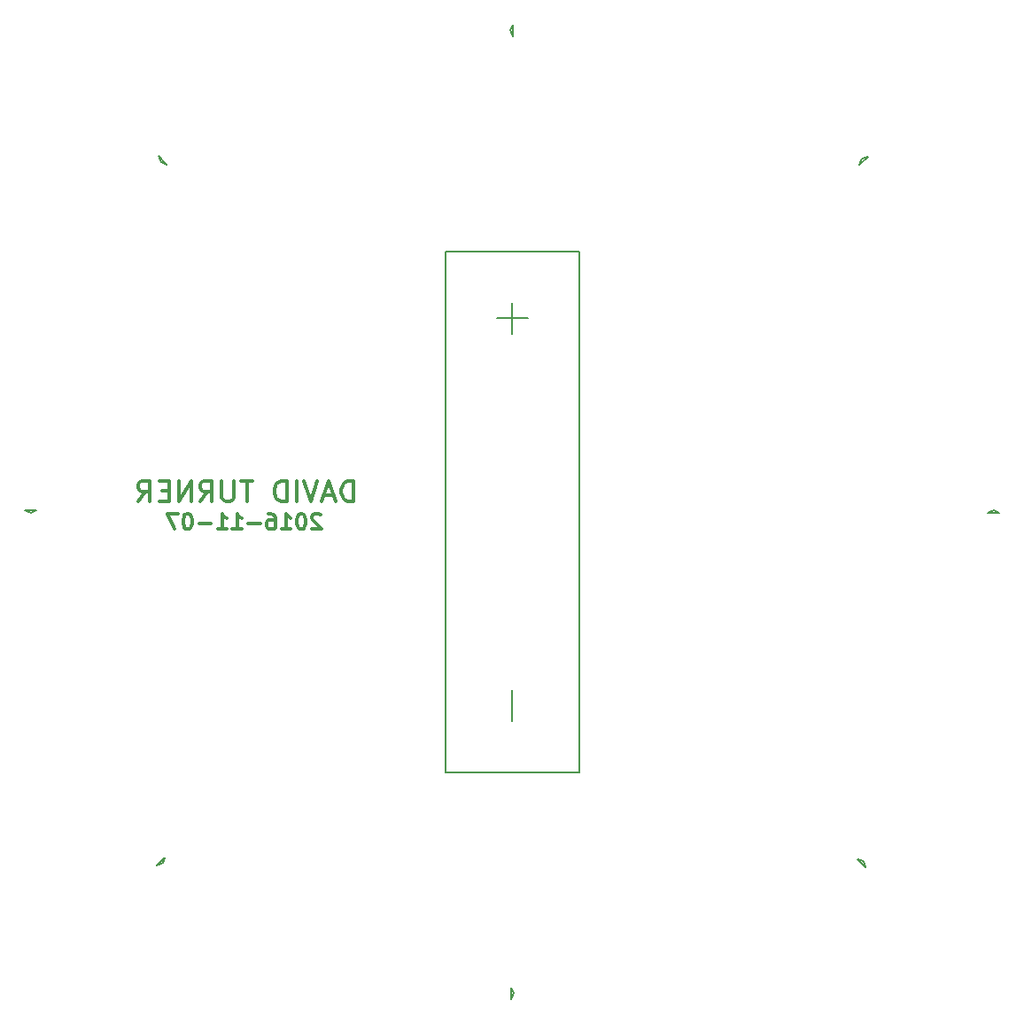
<source format=gbo>
G04 #@! TF.FileFunction,Legend,Bot*
%FSLAX46Y46*%
G04 Gerber Fmt 4.6, Leading zero omitted, Abs format (unit mm)*
G04 Created by KiCad (PCBNEW 4.0.4-stable) date Monday, 07 November 2016 'AMt' 01:22:43*
%MOMM*%
%LPD*%
G01*
G04 APERTURE LIST*
%ADD10C,0.100000*%
%ADD11C,0.300000*%
%ADD12C,0.200000*%
%ADD13C,0.150000*%
%ADD14C,1.000000*%
%ADD15C,2.000000*%
%ADD16C,1.000000*%
%ADD17R,1.150000X1.450000*%
%ADD18R,1.450000X1.150000*%
G04 APERTURE END LIST*
D10*
D11*
X111695713Y-110311429D02*
X111624284Y-110240000D01*
X111481427Y-110168571D01*
X111124284Y-110168571D01*
X110981427Y-110240000D01*
X110909998Y-110311429D01*
X110838570Y-110454286D01*
X110838570Y-110597143D01*
X110909998Y-110811429D01*
X111767141Y-111668571D01*
X110838570Y-111668571D01*
X109909999Y-110168571D02*
X109767142Y-110168571D01*
X109624285Y-110240000D01*
X109552856Y-110311429D01*
X109481427Y-110454286D01*
X109409999Y-110740000D01*
X109409999Y-111097143D01*
X109481427Y-111382857D01*
X109552856Y-111525714D01*
X109624285Y-111597143D01*
X109767142Y-111668571D01*
X109909999Y-111668571D01*
X110052856Y-111597143D01*
X110124285Y-111525714D01*
X110195713Y-111382857D01*
X110267142Y-111097143D01*
X110267142Y-110740000D01*
X110195713Y-110454286D01*
X110124285Y-110311429D01*
X110052856Y-110240000D01*
X109909999Y-110168571D01*
X107981428Y-111668571D02*
X108838571Y-111668571D01*
X108409999Y-111668571D02*
X108409999Y-110168571D01*
X108552856Y-110382857D01*
X108695714Y-110525714D01*
X108838571Y-110597143D01*
X106695714Y-110168571D02*
X106981428Y-110168571D01*
X107124285Y-110240000D01*
X107195714Y-110311429D01*
X107338571Y-110525714D01*
X107410000Y-110811429D01*
X107410000Y-111382857D01*
X107338571Y-111525714D01*
X107267143Y-111597143D01*
X107124285Y-111668571D01*
X106838571Y-111668571D01*
X106695714Y-111597143D01*
X106624285Y-111525714D01*
X106552857Y-111382857D01*
X106552857Y-111025714D01*
X106624285Y-110882857D01*
X106695714Y-110811429D01*
X106838571Y-110740000D01*
X107124285Y-110740000D01*
X107267143Y-110811429D01*
X107338571Y-110882857D01*
X107410000Y-111025714D01*
X105910000Y-111097143D02*
X104767143Y-111097143D01*
X103267143Y-111668571D02*
X104124286Y-111668571D01*
X103695714Y-111668571D02*
X103695714Y-110168571D01*
X103838571Y-110382857D01*
X103981429Y-110525714D01*
X104124286Y-110597143D01*
X101838572Y-111668571D02*
X102695715Y-111668571D01*
X102267143Y-111668571D02*
X102267143Y-110168571D01*
X102410000Y-110382857D01*
X102552858Y-110525714D01*
X102695715Y-110597143D01*
X101195715Y-111097143D02*
X100052858Y-111097143D01*
X99052858Y-110168571D02*
X98910001Y-110168571D01*
X98767144Y-110240000D01*
X98695715Y-110311429D01*
X98624286Y-110454286D01*
X98552858Y-110740000D01*
X98552858Y-111097143D01*
X98624286Y-111382857D01*
X98695715Y-111525714D01*
X98767144Y-111597143D01*
X98910001Y-111668571D01*
X99052858Y-111668571D01*
X99195715Y-111597143D01*
X99267144Y-111525714D01*
X99338572Y-111382857D01*
X99410001Y-111097143D01*
X99410001Y-110740000D01*
X99338572Y-110454286D01*
X99267144Y-110311429D01*
X99195715Y-110240000D01*
X99052858Y-110168571D01*
X98052858Y-110168571D02*
X97052858Y-110168571D01*
X97695715Y-111668571D01*
X114818096Y-109014762D02*
X114818096Y-107014762D01*
X114341905Y-107014762D01*
X114056191Y-107110000D01*
X113865715Y-107300476D01*
X113770476Y-107490952D01*
X113675238Y-107871905D01*
X113675238Y-108157619D01*
X113770476Y-108538571D01*
X113865715Y-108729048D01*
X114056191Y-108919524D01*
X114341905Y-109014762D01*
X114818096Y-109014762D01*
X112913334Y-108443333D02*
X111960953Y-108443333D01*
X113103810Y-109014762D02*
X112437143Y-107014762D01*
X111770476Y-109014762D01*
X111389524Y-107014762D02*
X110722857Y-109014762D01*
X110056190Y-107014762D01*
X109389524Y-109014762D02*
X109389524Y-107014762D01*
X108437143Y-109014762D02*
X108437143Y-107014762D01*
X107960952Y-107014762D01*
X107675238Y-107110000D01*
X107484762Y-107300476D01*
X107389523Y-107490952D01*
X107294285Y-107871905D01*
X107294285Y-108157619D01*
X107389523Y-108538571D01*
X107484762Y-108729048D01*
X107675238Y-108919524D01*
X107960952Y-109014762D01*
X108437143Y-109014762D01*
X105199047Y-107014762D02*
X104056190Y-107014762D01*
X104627618Y-109014762D02*
X104627618Y-107014762D01*
X103389523Y-107014762D02*
X103389523Y-108633810D01*
X103294284Y-108824286D01*
X103199046Y-108919524D01*
X103008570Y-109014762D01*
X102627618Y-109014762D01*
X102437142Y-108919524D01*
X102341903Y-108824286D01*
X102246665Y-108633810D01*
X102246665Y-107014762D01*
X100151427Y-109014762D02*
X100818094Y-108062381D01*
X101294285Y-109014762D02*
X101294285Y-107014762D01*
X100532380Y-107014762D01*
X100341904Y-107110000D01*
X100246665Y-107205238D01*
X100151427Y-107395714D01*
X100151427Y-107681429D01*
X100246665Y-107871905D01*
X100341904Y-107967143D01*
X100532380Y-108062381D01*
X101294285Y-108062381D01*
X99294285Y-109014762D02*
X99294285Y-107014762D01*
X98151427Y-109014762D01*
X98151427Y-107014762D01*
X97199047Y-107967143D02*
X96532380Y-107967143D01*
X96246666Y-109014762D02*
X97199047Y-109014762D01*
X97199047Y-107014762D01*
X96246666Y-107014762D01*
X94246665Y-109014762D02*
X94913332Y-108062381D01*
X95389523Y-109014762D02*
X95389523Y-107014762D01*
X94627618Y-107014762D01*
X94437142Y-107110000D01*
X94341903Y-107205238D01*
X94246665Y-107395714D01*
X94246665Y-107681429D01*
X94341903Y-107871905D01*
X94437142Y-107967143D01*
X94627618Y-108062381D01*
X95389523Y-108062381D01*
D12*
X136400000Y-134900000D02*
X136400000Y-85100000D01*
X136400000Y-85100000D02*
X123600000Y-85100000D01*
X123600000Y-85100000D02*
X123600000Y-134900000D01*
X123600000Y-134900000D02*
X136400000Y-134900000D01*
X130000000Y-130000000D02*
X130000000Y-127000000D01*
X130000000Y-90000000D02*
X130000000Y-93000000D01*
X131500000Y-91500000D02*
X128500000Y-91500000D01*
D13*
X96411612Y-76588388D02*
X96977297Y-76800520D01*
X96411612Y-76588388D02*
X96199480Y-76022703D01*
X96977297Y-76800520D02*
X96199480Y-76022703D01*
X163588388Y-143411612D02*
X163022703Y-143199480D01*
X163588388Y-143411612D02*
X163800520Y-143977297D01*
X163022703Y-143199480D02*
X163800520Y-143977297D01*
X130125000Y-156000000D02*
X129875000Y-155450000D01*
X130125000Y-156000000D02*
X129875000Y-156550000D01*
X129875000Y-155450000D02*
X129875000Y-156550000D01*
X176000000Y-109875000D02*
X175450000Y-110125000D01*
X176000000Y-109875000D02*
X176550000Y-110125000D01*
X175450000Y-110125000D02*
X176550000Y-110125000D01*
X96588388Y-143588388D02*
X96800520Y-143022703D01*
X96588388Y-143588388D02*
X96022703Y-143800520D01*
X96800520Y-143022703D02*
X96022703Y-143800520D01*
X163411612Y-76275216D02*
X163199480Y-76840901D01*
X163411612Y-76275216D02*
X163977297Y-76063084D01*
X163199480Y-76840901D02*
X163977297Y-76063084D01*
X84000000Y-110125000D02*
X84550000Y-109875000D01*
X84000000Y-110125000D02*
X83450000Y-109875000D01*
X84550000Y-109875000D02*
X83450000Y-109875000D01*
X129775000Y-64000000D02*
X130025000Y-64550000D01*
X129775000Y-64000000D02*
X130025000Y-63450000D01*
X130025000Y-64550000D02*
X130025000Y-63450000D01*
%LPC*%
D14*
X110014705Y-121202165D02*
X109783735Y-121297835D01*
X108311764Y-117090902D02*
X108080794Y-117186572D01*
X108289560Y-124027407D02*
X107458068Y-124371823D01*
X105094154Y-116313013D02*
X104262662Y-116657429D01*
D15*
X130000000Y-132350000D03*
X130000000Y-87650000D03*
X143250000Y-107250000D03*
X143250000Y-111750000D03*
X149750000Y-111750000D03*
X149750000Y-107250000D03*
D16*
X112200413Y-123807484D03*
X115074095Y-128118007D03*
X116510936Y-126681166D03*
D10*
G36*
X95969670Y-78055635D02*
X94944365Y-77030330D01*
X95757538Y-76217157D01*
X96782843Y-77242462D01*
X95969670Y-78055635D01*
X95969670Y-78055635D01*
G37*
G36*
X97242462Y-76782843D02*
X96217157Y-75757538D01*
X97030330Y-74944365D01*
X98055635Y-75969670D01*
X97242462Y-76782843D01*
X97242462Y-76782843D01*
G37*
G36*
X164030330Y-141944365D02*
X165055635Y-142969670D01*
X164242462Y-143782843D01*
X163217157Y-142757538D01*
X164030330Y-141944365D01*
X164030330Y-141944365D01*
G37*
G36*
X162757538Y-143217157D02*
X163782843Y-144242462D01*
X162969670Y-145055635D01*
X161944365Y-144030330D01*
X162757538Y-143217157D01*
X162757538Y-143217157D01*
G37*
D17*
X130900000Y-156000000D03*
X129100000Y-156000000D03*
D18*
X176000000Y-109100000D03*
X176000000Y-110900000D03*
D10*
G36*
X98055635Y-144030330D02*
X97030330Y-145055635D01*
X96217157Y-144242462D01*
X97242462Y-143217157D01*
X98055635Y-144030330D01*
X98055635Y-144030330D01*
G37*
G36*
X96782843Y-142757538D02*
X95757538Y-143782843D01*
X94944365Y-142969670D01*
X95969670Y-141944365D01*
X96782843Y-142757538D01*
X96782843Y-142757538D01*
G37*
G36*
X161944365Y-75833274D02*
X162969670Y-74807969D01*
X163782843Y-75621142D01*
X162757538Y-76646447D01*
X161944365Y-75833274D01*
X161944365Y-75833274D01*
G37*
G36*
X163217157Y-77106066D02*
X164242462Y-76080761D01*
X165055635Y-76893934D01*
X164030330Y-77919239D01*
X163217157Y-77106066D01*
X163217157Y-77106066D01*
G37*
D18*
X84000000Y-110900000D03*
X84000000Y-109100000D03*
D17*
X129000000Y-64000000D03*
X130800000Y-64000000D03*
D15*
X132550000Y-77100000D03*
X132550000Y-80300000D03*
X132550000Y-83500000D03*
X127550000Y-77100000D03*
X127550000Y-80300000D03*
X127550000Y-83500000D03*
M02*

</source>
